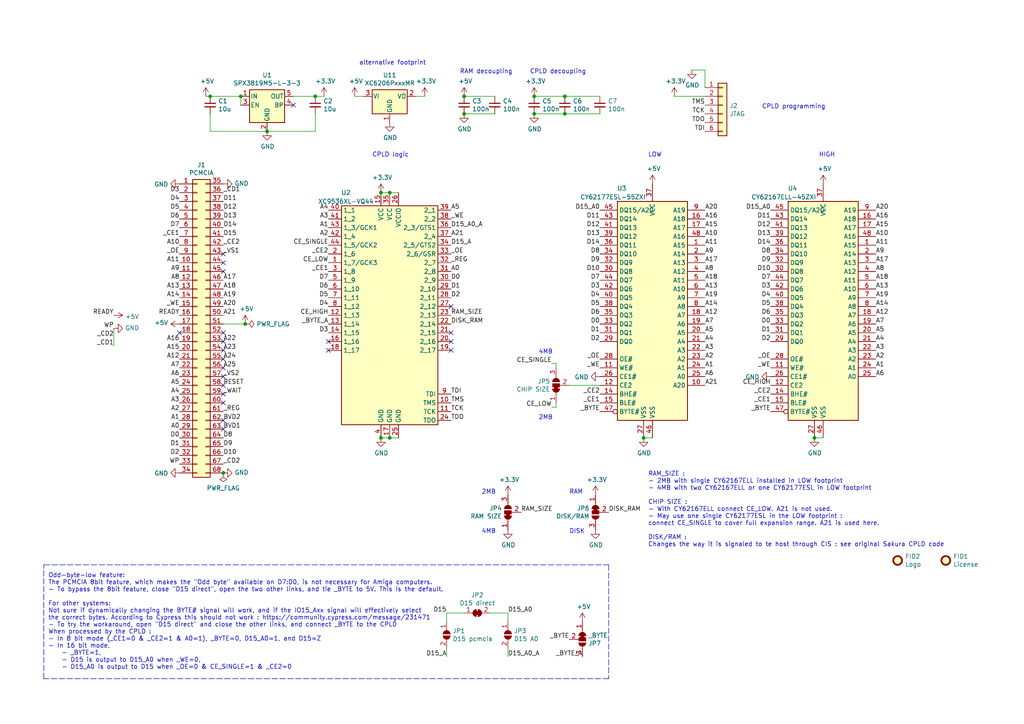
<source format=kicad_sch>
(kicad_sch (version 20211123) (generator eeschema)
  (paper "A4")
  (title_block (title "PCMCIA SRAM") (date "2020-04-19") (rev "v1.0") (company "FLACO 2019 - Creative Commons Attribution-ShareAlike 4.0 license") (comment 1 "Inspired by Sakura designs https://github.com/Sakura-IT/ppa-pcmcia-sram") (comment 2 "Simplified to use 5v parts available in 2020"))
  (lib_symbols
    (symbol "Connector_Generic:Conn_01x06" (pin_names (offset 1.016) hide)
      (property "Reference" "J" (at 0 7.62 0))
      (property "Value" "Conn_01x06" (at 0 -10.16 0))
      (symbol "Conn_01x06_1_1"
        (pin passive line (at -5.08 5.08 0) (length 3.81) (name "Pin_1") (number "1"))
        (pin passive line (at -5.08 2.54 0) (length 3.81) (name "Pin_2") (number "2"))
        (pin passive line (at -5.08 0 0) (length 3.81) (name "Pin_3") (number "3"))
        (pin passive line (at -5.08 -2.54 0) (length 3.81) (name "Pin_4") (number "4"))
        (pin passive line (at -5.08 -5.08 0) (length 3.81) (name "Pin_5") (number "5"))
        (pin passive line (at -5.08 -7.62 0) (length 3.81) (name "Pin_6") (number "6"))
      )
    )
    (symbol "Connector_Generic:Conn_02x34_Top_Bottom" (pin_names (offset 1.016) hide)
      (property "Reference" "J" (at 1.27 43.18 0))
      (property "Value" "Conn_02x34_Top_Bottom" (at 1.27 -45.72 0))
      (symbol "Conn_02x34_Top_Bottom_1_1"
        (pin passive line (at -5.08 40.64 0) (length 3.81) (name "Pin_1") (number "1"))
        (pin passive line (at -5.08 17.78 0) (length 3.81) (name "Pin_10") (number "10"))
        (pin passive line (at -5.08 15.24 0) (length 3.81) (name "Pin_11") (number "11"))
        (pin passive line (at -5.08 12.7 0) (length 3.81) (name "Pin_12") (number "12"))
        (pin passive line (at -5.08 10.16 0) (length 3.81) (name "Pin_13") (number "13"))
        (pin passive line (at -5.08 7.62 0) (length 3.81) (name "Pin_14") (number "14"))
        (pin passive line (at -5.08 5.08 0) (length 3.81) (name "Pin_15") (number "15"))
        (pin passive line (at -5.08 2.54 0) (length 3.81) (name "Pin_16") (number "16"))
        (pin passive line (at -5.08 0 0) (length 3.81) (name "Pin_17") (number "17"))
        (pin passive line (at -5.08 -2.54 0) (length 3.81) (name "Pin_18") (number "18"))
        (pin passive line (at -5.08 -5.08 0) (length 3.81) (name "Pin_19") (number "19"))
        (pin passive line (at -5.08 38.1 0) (length 3.81) (name "Pin_2") (number "2"))
        (pin passive line (at -5.08 -7.62 0) (length 3.81) (name "Pin_20") (number "20"))
        (pin passive line (at -5.08 -10.16 0) (length 3.81) (name "Pin_21") (number "21"))
        (pin passive line (at -5.08 -12.7 0) (length 3.81) (name "Pin_22") (number "22"))
        (pin passive line (at -5.08 -15.24 0) (length 3.81) (name "Pin_23") (number "23"))
        (pin passive line (at -5.08 -17.78 0) (length 3.81) (name "Pin_24") (number "24"))
        (pin passive line (at -5.08 -20.32 0) (length 3.81) (name "Pin_25") (number "25"))
        (pin passive line (at -5.08 -22.86 0) (length 3.81) (name "Pin_26") (number "26"))
        (pin passive line (at -5.08 -25.4 0) (length 3.81) (name "Pin_27") (number "27"))
        (pin passive line (at -5.08 -27.94 0) (length 3.81) (name "Pin_28") (number "28"))
        (pin passive line (at -5.08 -30.48 0) (length 3.81) (name "Pin_29") (number "29"))
        (pin passive line (at -5.08 35.56 0) (length 3.81) (name "Pin_3") (number "3"))
        (pin passive line (at -5.08 -33.02 0) (length 3.81) (name "Pin_30") (number "30"))
        (pin passive line (at -5.08 -35.56 0) (length 3.81) (name "Pin_31") (number "31"))
        (pin passive line (at -5.08 -38.1 0) (length 3.81) (name "Pin_32") (number "32"))
        (pin passive line (at -5.08 -40.64 0) (length 3.81) (name "Pin_33") (number "33"))
        (pin passive line (at -5.08 -43.18 0) (length 3.81) (name "Pin_34") (number "34"))
        (pin passive line (at 7.62 40.64 180) (length 3.81) (name "Pin_35") (number "35"))
        (pin passive line (at 7.62 38.1 180) (length 3.81) (name "Pin_36") (number "36"))
        (pin passive line (at 7.62 35.56 180) (length 3.81) (name "Pin_37") (number "37"))
        (pin passive line (at 7.62 33.02 180) (length 3.81) (name "Pin_38") (number "38"))
        (pin passive line (at 7.62 30.48 180) (length 3.81) (name "Pin_39") (number "39"))
        (pin passive line (at -5.08 33.02 0) (length 3.81) (name "Pin_4") (number "4"))
        (pin passive line (at 7.62 27.94 180) (length 3.81) (name "Pin_40") (number "40"))
        (pin passive line (at 7.62 25.4 180) (length 3.81) (name "Pin_41") (number "41"))
        (pin passive line (at 7.62 22.86 180) (length 3.81) (name "Pin_42") (number "42"))
        (pin passive line (at 7.62 20.32 180) (length 3.81) (name "Pin_43") (number "43"))
        (pin passive line (at 7.62 17.78 180) (length 3.81) (name "Pin_44") (number "44"))
        (pin passive line (at 7.62 15.24 180) (length 3.81) (name "Pin_45") (number "45"))
        (pin passive line (at 7.62 12.7 180) (length 3.81) (name "Pin_46") (number "46"))
        (pin passive line (at 7.62 10.16 180) (length 3.81) (name "Pin_47") (number "47"))
        (pin passive line (at 7.62 7.62 180) (length 3.81) (name "Pin_48") (number "48"))
        (pin passive line (at 7.62 5.08 180) (length 3.81) (name "Pin_49") (number "49"))
        (pin passive line (at -5.08 30.48 0) (length 3.81) (name "Pin_5") (number "5"))
        (pin passive line (at 7.62 2.54 180) (length 3.81) (name "Pin_50") (number "50"))
        (pin passive line (at 7.62 0 180) (length 3.81) (name "Pin_51") (number "51"))
        (pin passive line (at 7.62 -2.54 180) (length 3.81) (name "Pin_52") (number "52"))
        (pin passive line (at 7.62 -5.08 180) (length 3.81) (name "Pin_53") (number "53"))
        (pin passive line (at 7.62 -7.62 180) (length 3.81) (name "Pin_54") (number "54"))
        (pin passive line (at 7.62 -10.16 180) (length 3.81) (name "Pin_55") (number "55"))
        (pin passive line (at 7.62 -12.7 180) (length 3.81) (name "Pin_56") (number "56"))
        (pin passive line (at 7.62 -15.24 180) (length 3.81) (name "Pin_57") (number "57"))
        (pin passive line (at 7.62 -17.78 180) (length 3.81) (name "Pin_58") (number "58"))
        (pin passive line (at 7.62 -20.32 180) (length 3.81) (name "Pin_59") (number "59"))
        (pin passive line (at -5.08 27.94 0) (length 3.81) (name "Pin_6") (number "6"))
        (pin passive line (at 7.62 -22.86 180) (length 3.81) (name "Pin_60") (number "60"))
        (pin passive line (at 7.62 -25.4 180) (length 3.81) (name "Pin_61") (number "61"))
        (pin passive line (at 7.62 -27.94 180) (length 3.81) (name "Pin_62") (number "62"))
        (pin passive line (at 7.62 -30.48 180) (length 3.81) (name "Pin_63") (number "63"))
        (pin passive line (at 7.62 -33.02 180) (length 3.81) (name "Pin_64") (number "64"))
        (pin passive line (at 7.62 -35.56 180) (length 3.81) (name "Pin_65") (number "65"))
        (pin passive line (at 7.62 -38.1 180) (length 3.81) (name "Pin_66") (number "66"))
        (pin passive line (at 7.62 -40.64 180) (length 3.81) (name "Pin_67") (number "67"))
        (pin passive line (at 7.62 -43.18 180) (length 3.81) (name "Pin_68") (number "68"))
        (pin passive line (at -5.08 25.4 0) (length 3.81) (name "Pin_7") (number "7"))
        (pin passive line (at -5.08 22.86 0) (length 3.81) (name "Pin_8") (number "8"))
        (pin passive line (at -5.08 20.32 0) (length 3.81) (name "Pin_9") (number "9"))
      )
    )
    (symbol "Device:C_Small" (pin_numbers hide) (pin_names (offset 0.254) hide)
      (property "Reference" "C" (at 0.254 1.778 0))
      (property "Value" "C_Small" (at 0.254 -2.032 0))
      (symbol "C_Small_1_1"
        (pin passive line (at 0 2.54 270) (length 2.032) (name "~") (number "1"))
        (pin passive line (at 0 -2.54 90) (length 2.032) (name "~") (number "2"))
      )
    )
    (symbol "Jumper:SolderJumper_2_Bridged" (pin_names (offset 0) hide)
      (property "Reference" "JP" (at 0 2.032 0))
      (property "Value" "SolderJumper_2_Bridged" (at 0 -2.54 0))
      (symbol "SolderJumper_2_Bridged_1_1"
        (pin passive line (at -3.81 0 0) (length 2.54) (name "A") (number "1"))
        (pin passive line (at 3.81 0 180) (length 2.54) (name "B") (number "2"))
      )
    )
    (symbol "Jumper:SolderJumper_2_Open" (pin_names (offset 0) hide)
      (property "Reference" "JP" (at 0 2.032 0))
      (property "Value" "SolderJumper_2_Open" (at 0 -2.54 0))
      (symbol "SolderJumper_2_Open_1_1"
        (pin passive line (at -3.81 0 0) (length 2.54) (name "A") (number "1"))
        (pin passive line (at 3.81 0 180) (length 2.54) (name "B") (number "2"))
      )
    )
    (symbol "Jumper:SolderJumper_3_Bridged12" (pin_names (offset 0) hide)
      (property "Reference" "JP" (at -2.54 -2.54 0))
      (property "Value" "SolderJumper_3_Bridged12" (at 0 2.794 0))
      (symbol "SolderJumper_3_Bridged12_1_1"
        (pin passive line (at -5.08 0 0) (length 2.54) (name "A") (number "1"))
        (pin passive line (at 0 -3.81 90) (length 2.54) (name "C") (number "2"))
        (pin passive line (at 5.08 0 180) (length 2.54) (name "B") (number "3"))
      )
    )
    (symbol "Mechanical:Fiducial"
      (property "Reference" "FID" (at 0 5.08 0))
      (property "Value" "Fiducial" (at 0 3.175 0))
    )
    (symbol "Regulator_Linear:SPX3819M5-L-3-3" (pin_names (offset 0.254))
      (property "Reference" "U" (at -3.81 5.715 0))
      (property "Value" "SPX3819M5-L-3-3" (at 0 5.715 0))
      (symbol "SPX3819M5-L-3-3_1_1"
        (pin power_in line (at -7.62 2.54 0) (length 2.54) (name "IN") (number "1"))
        (pin power_in line (at 0 -7.62 90) (length 2.54) (name "GND") (number "2"))
        (pin input line (at -7.62 0 0) (length 2.54) (name "EN") (number "3"))
        (pin input line (at 7.62 0 180) (length 2.54) (name "BP") (number "4"))
        (pin power_out line (at 7.62 2.54 180) (length 2.54) (name "OUT") (number "5"))
      )
    )
    (symbol "Regulator_Linear:XC6206PxxxMR" (pin_names (offset 0.254))
      (property "Reference" "U" (at -3.81 3.175 0))
      (property "Value" "XC6206PxxxMR" (at 0 3.175 0))
      (symbol "XC6206PxxxMR_1_1"
        (pin power_in line (at 0 -7.62 90) (length 2.54) (name "GND") (number "1"))
        (pin power_out line (at 7.62 0 180) (length 2.54) (name "VO") (number "2"))
        (pin power_in line (at -7.62 0 0) (length 2.54) (name "VI") (number "3"))
      )
    )
    (symbol "Sassa:CY62167ELL-45ZXI"
      (property "Reference" "U" (at -8.89 31.75 0))
      (property "Value" "CY62167ELL-45ZXI" (at 10.16 -34.29 0))
      (symbol "CY62167ELL-45ZXI_1_1"
        (pin input line (at 15.24 17.78 180) (length 5.08) (name "A15") (number "1"))
        (pin no_connect line (at 10.16 -22.86 180) (length 0) hide (name "NC") (number "10"))
        (pin input line (at -15.24 -17.78 0) (length 5.08) (name "WE#") (number "11"))
        (pin input line (at -15.24 -22.86 0) (length 5.08) (name "CE2") (number "12"))
        (pin no_connect line (at 10.16 -25.4 180) (length 0) hide (name "NC") (number "13"))
        (pin input line (at -15.24 -25.4 0) (length 5.08) (name "BHE#") (number "14"))
        (pin input line (at -15.24 -27.94 0) (length 5.08) (name "BLE#") (number "15"))
        (pin input line (at 15.24 25.4 180) (length 5.08) (name "A18") (number "16"))
        (pin input line (at 15.24 22.86 180) (length 5.08) (name "A17") (number "17"))
        (pin input line (at 15.24 -2.54 180) (length 5.08) (name "A7") (number "18"))
        (pin input line (at 15.24 -5.08 180) (length 5.08) (name "A6") (number "19"))
        (pin input line (at 15.24 15.24 180) (length 5.08) (name "A14") (number "2"))
        (pin input line (at 15.24 -7.62 180) (length 5.08) (name "A5") (number "20"))
        (pin input line (at 15.24 -10.16 180) (length 5.08) (name "A4") (number "21"))
        (pin input line (at 15.24 -12.7 180) (length 5.08) (name "A3") (number "22"))
        (pin input line (at 15.24 -15.24 180) (length 5.08) (name "A2") (number "23"))
        (pin input line (at 15.24 -17.78 180) (length 5.08) (name "A1") (number "24"))
        (pin input line (at 15.24 -20.32 180) (length 5.08) (name "A0") (number "25"))
        (pin input line (at -15.24 -20.32 0) (length 5.08) (name "CE1#") (number "26"))
        (pin power_in line (at -2.54 -38.1 90) (length 5.08) (name "VSS") (number "27"))
        (pin input line (at -15.24 -15.24 0) (length 5.08) (name "OE#") (number "28"))
        (pin bidirectional line (at -15.24 -10.16 0) (length 5.08) (name "DQ0") (number "29"))
        (pin input line (at 15.24 12.7 180) (length 5.08) (name "A13") (number "3"))
        (pin bidirectional line (at -15.24 10.16 0) (length 5.08) (name "DQ8") (number "30"))
        (pin bidirectional line (at -15.24 -7.62 0) (length 5.08) (name "DQ1") (number "31"))
        (pin bidirectional line (at -15.24 12.7 0) (length 5.08) (name "DQ9") (number "32"))
        (pin bidirectional line (at -15.24 -5.08 0) (length 5.08) (name "DQ2") (number "33"))
        (pin bidirectional line (at -15.24 15.24 0) (length 5.08) (name "DQ10") (number "34"))
        (pin bidirectional line (at -15.24 -2.54 0) (length 5.08) (name "DQ3") (number "35"))
        (pin bidirectional line (at -15.24 17.78 0) (length 5.08) (name "DQ11") (number "36"))
        (pin power_in line (at 0 35.56 270) (length 5.08) (name "VCC") (number "37"))
        (pin bidirectional line (at -15.24 0 0) (length 5.08) (name "DQ4") (number "38"))
        (pin bidirectional line (at -15.24 20.32 0) (length 5.08) (name "DQ12") (number "39"))
        (pin input line (at 15.24 10.16 180) (length 5.08) (name "A12") (number "4"))
        (pin bidirectional line (at -15.24 2.54 0) (length 5.08) (name "DQ5") (number "40"))
        (pin bidirectional line (at -15.24 22.86 0) (length 5.08) (name "DQ13") (number "41"))
        (pin bidirectional line (at -15.24 5.08 0) (length 5.08) (name "DQ6") (number "42"))
        (pin bidirectional line (at -15.24 25.4 0) (length 5.08) (name "DQ14") (number "43"))
        (pin bidirectional line (at -15.24 7.62 0) (length 5.08) (name "DQ7") (number "44"))
        (pin input line (at -15.24 27.94 0) (length 5.08) (name "DQ15/A20") (number "45"))
        (pin power_in line (at 0 -38.1 90) (length 5.08) (name "VSS") (number "46"))
        (pin input inverted (at -15.24 -30.48 0) (length 5.08) (name "BYTE#") (number "47"))
        (pin input line (at 15.24 20.32 180) (length 5.08) (name "A16") (number "48"))
        (pin input line (at 15.24 7.62 180) (length 5.08) (name "A11") (number "5"))
        (pin input line (at 15.24 5.08 180) (length 5.08) (name "A10") (number "6"))
        (pin input line (at 15.24 2.54 180) (length 5.08) (name "A9") (number "7"))
        (pin input line (at 15.24 0 180) (length 5.08) (name "A8") (number "8"))
        (pin input line (at 15.24 27.94 180) (length 5.08) (name "A19") (number "9"))
      )
    )
    (symbol "Sassa:CY62177ESL-55ZXI"
      (property "Reference" "U" (at -8.89 31.75 0))
      (property "Value" "CY62177ESL-55ZXI" (at 10.16 -34.29 0))
      (symbol "CY62177ESL-55ZXI_1_1"
        (pin input line (at 15.24 17.78 180) (length 5.08) (name "A15") (number "1"))
        (pin input line (at 15.24 -22.86 180) (length 5.08) (name "A20") (number "10"))
        (pin input line (at -15.24 -17.78 0) (length 5.08) (name "WE#") (number "11"))
        (pin input line (at -15.24 -22.86 0) (length 5.08) (name "CE2") (number "12"))
        (pin no_connect line (at 10.16 -25.4 180) (length 0) hide (name "NC") (number "13"))
        (pin input line (at -15.24 -25.4 0) (length 5.08) (name "BHE#") (number "14"))
        (pin input line (at -15.24 -27.94 0) (length 5.08) (name "BLE#") (number "15"))
        (pin input line (at 15.24 25.4 180) (length 5.08) (name "A18") (number "16"))
        (pin input line (at 15.24 22.86 180) (length 5.08) (name "A17") (number "17"))
        (pin input line (at 15.24 -2.54 180) (length 5.08) (name "A7") (number "18"))
        (pin input line (at 15.24 -5.08 180) (length 5.08) (name "A6") (number "19"))
        (pin input line (at 15.24 15.24 180) (length 5.08) (name "A14") (number "2"))
        (pin input line (at 15.24 -7.62 180) (length 5.08) (name "A5") (number "20"))
        (pin input line (at 15.24 -10.16 180) (length 5.08) (name "A4") (number "21"))
        (pin input line (at 15.24 -12.7 180) (length 5.08) (name "A3") (number "22"))
        (pin input line (at 15.24 -15.24 180) (length 5.08) (name "A2") (number "23"))
        (pin input line (at 15.24 -17.78 180) (length 5.08) (name "A1") (number "24"))
        (pin input line (at 15.24 -20.32 180) (length 5.08) (name "A0") (number "25"))
        (pin input line (at -15.24 -20.32 0) (length 5.08) (name "CE1#") (number "26"))
        (pin power_in line (at -2.54 -38.1 90) (length 5.08) (name "VSS") (number "27"))
        (pin input line (at -15.24 -15.24 0) (length 5.08) (name "OE#") (number "28"))
        (pin bidirectional line (at -15.24 -10.16 0) (length 5.08) (name "DQ0") (number "29"))
        (pin input line (at 15.24 12.7 180) (length 5.08) (name "A13") (number "3"))
        (pin bidirectional line (at -15.24 10.16 0) (length 5.08) (name "DQ8") (number "30"))
        (pin bidirectional line (at -15.24 -7.62 0) (length 5.08) (name "DQ1") (number "31"))
        (pin bidirectional line (at -15.24 12.7 0) (length 5.08) (name "DQ9") (number "32"))
        (pin bidirectional line (at -15.24 -5.08 0) (length 5.08) (name "DQ2") (number "33"))
        (pin bidirectional line (at -15.24 15.24 0) (length 5.08) (name "DQ10") (number "34"))
        (pin bidirectional line (at -15.24 -2.54 0) (length 5.08) (name "DQ3") (number "35"))
        (pin bidirectional line (at -15.24 17.78 0) (length 5.08) (name "DQ11") (number "36"))
        (pin power_in line (at 0 35.56 270) (length 5.08) (name "VCC") (number "37"))
        (pin bidirectional line (at -15.24 0 0) (length 5.08) (name "DQ4") (number "38"))
        (pin bidirectional line (at -15.24 20.32 0) (length 5.08) (name "DQ12") (number "39"))
        (pin input line (at 15.24 10.16 180) (length 5.08) (name "A12") (number "4"))
        (pin bidirectional line (at -15.24 2.54 0) (length 5.08) (name "DQ5") (number "40"))
        (pin bidirectional line (at -15.24 22.86 0) (length 5.08) (name "DQ13") (number "41"))
        (pin bidirectional line (at -15.24 5.08 0) (length 5.08) (name "DQ6") (number "42"))
        (pin bidirectional line (at -15.24 25.4 0) (length 5.08) (name "DQ14") (number "43"))
        (pin bidirectional line (at -15.24 7.62 0) (length 5.08) (name "DQ7") (number "44"))
        (pin input line (at -15.24 27.94 0) (length 5.08) (name "DQ15/A20") (number "45"))
        (pin power_in line (at 0 -38.1 90) (length 5.08) (name "VSS") (number "46"))
        (pin input inverted (at -15.24 -30.48 0) (length 5.08) (name "BYTE#") (number "47"))
        (pin input line (at 15.24 20.32 180) (length 5.08) (name "A16") (number "48"))
        (pin input line (at 15.24 7.62 180) (length 5.08) (name "A11") (number "5"))
        (pin input line (at 15.24 5.08 180) (length 5.08) (name "A10") (number "6"))
        (pin input line (at 15.24 2.54 180) (length 5.08) (name "A9") (number "7"))
        (pin input line (at 15.24 0 180) (length 5.08) (name "A8") (number "8"))
        (pin input line (at 15.24 27.94 180) (length 5.08) (name "A19") (number "9"))
      )
    )
    (symbol "Sassa:XC9536XL-VQ44"
      (property "Reference" "U" (at -13.97 33.02 0))
      (property "Value" "XC9536XL-VQ44" (at -13.97 -33.02 0))
      (symbol "XC9536XL-VQ44_1_1"
        (pin bidirectional line (at -17.78 15.24 0) (length 3.81) (name "1_7/GCK3") (number "1"))
        (pin input line (at 17.78 -25.4 180) (length 3.81) (name "TMS") (number "10"))
        (pin input line (at 17.78 -27.94 180) (length 3.81) (name "TCK") (number "11"))
        (pin bidirectional line (at -17.78 0 0) (length 3.81) (name "1_13") (number "12"))
        (pin bidirectional line (at -17.78 -2.54 0) (length 3.81) (name "1_14") (number "13"))
        (pin bidirectional line (at -17.78 -5.08 0) (length 3.81) (name "1_15") (number "14"))
        (pin power_in line (at -2.54 35.56 270) (length 3.81) (name "VCC") (number "15"))
        (pin bidirectional line (at -17.78 -7.62 0) (length 3.81) (name "1_16") (number "16"))
        (pin power_in line (at 0 -35.56 90) (length 3.81) (name "GND") (number "17"))
        (pin bidirectional line (at -17.78 -10.16 0) (length 3.81) (name "1_17") (number "18"))
        (pin bidirectional line (at 17.78 -10.16 180) (length 3.81) (name "2_17") (number "19"))
        (pin bidirectional line (at -17.78 17.78 0) (length 3.81) (name "1_6") (number "2"))
        (pin bidirectional line (at 17.78 -7.62 180) (length 3.81) (name "2_16") (number "20"))
        (pin bidirectional line (at 17.78 -5.08 180) (length 3.81) (name "2_15") (number "21"))
        (pin bidirectional line (at 17.78 -2.54 180) (length 3.81) (name "2_14") (number "22"))
        (pin bidirectional line (at 17.78 0 180) (length 3.81) (name "2_13") (number "23"))
        (pin output line (at 17.78 -30.48 180) (length 3.81) (name "TDO") (number "24"))
        (pin power_in line (at 2.54 -35.56 90) (length 3.81) (name "GND") (number "25"))
        (pin power_in line (at 2.54 35.56 270) (length 3.81) (name "VCCIO") (number "26"))
        (pin bidirectional line (at 17.78 2.54 180) (length 3.81) (name "2_12") (number "27"))
        (pin bidirectional line (at 17.78 5.08 180) (length 3.81) (name "2_11") (number "28"))
        (pin bidirectional line (at 17.78 7.62 180) (length 3.81) (name "2_10") (number "29"))
        (pin bidirectional line (at -17.78 12.7 0) (length 3.81) (name "1_8") (number "3"))
        (pin bidirectional line (at 17.78 10.16 180) (length 3.81) (name "2_9") (number "30"))
        (pin bidirectional line (at 17.78 12.7 180) (length 3.81) (name "2_8") (number "31"))
        (pin bidirectional line (at 17.78 15.24 180) (length 3.81) (name "2_7") (number "32"))
        (pin bidirectional line (at 17.78 17.78 180) (length 3.81) (name "2_6/GSR") (number "33"))
        (pin bidirectional line (at 17.78 20.32 180) (length 3.81) (name "2_5/GTS2") (number "34"))
        (pin power_in line (at 0 35.56 270) (length 3.81) (name "VCC") (number "35"))
        (pin bidirectional line (at 17.78 25.4 180) (length 3.81) (name "2_3/GTS1") (number "36"))
        (pin bidirectional line (at 17.78 22.86 180) (length 3.81) (name "2_4") (number "37"))
        (pin bidirectional line (at 17.78 27.94 180) (length 3.81) (name "2_2") (number "38"))
        (pin bidirectional line (at 17.78 30.48 180) (length 3.81) (name "2_1") (number "39"))
        (pin power_in line (at -2.54 -35.56 90) (length 3.81) (name "GND") (number "4"))
        (pin bidirectional line (at -17.78 30.48 0) (length 3.81) (name "1_1") (number "40"))
        (pin bidirectional line (at -17.78 27.94 0) (length 3.81) (name "1_2") (number "41"))
        (pin bidirectional line (at -17.78 22.86 0) (length 3.81) (name "1_4") (number "42"))
        (pin bidirectional line (at -17.78 25.4 0) (length 3.81) (name "1_3/GCK1") (number "43"))
        (pin bidirectional line (at -17.78 20.32 0) (length 3.81) (name "1_5/GCK2") (number "44"))
        (pin bidirectional line (at -17.78 10.16 0) (length 3.81) (name "1_9") (number "5"))
        (pin bidirectional line (at -17.78 7.62 0) (length 3.81) (name "1_10") (number "6"))
        (pin bidirectional line (at -17.78 5.08 0) (length 3.81) (name "1_11") (number "7"))
        (pin bidirectional line (at -17.78 2.54 0) (length 3.81) (name "1_12") (number "8"))
        (pin input line (at 17.78 -22.86 180) (length 3.81) (name "TDI") (number "9"))
      )
    )
    (symbol "power:+3.3V" (power) (pin_names (offset 0))
      (property "Value" "+3.3V" (at 0 3.556 0))
      (symbol "+3.3V_1_1"
        (pin power_in line (at 0 0 90) (length 0) hide (name "+3.3V") (number "1"))
      )
    )
    (symbol "power:+5V" (power) (pin_names (offset 0))
      (property "Value" "+5V" (at 0 3.556 0))
      (symbol "+5V_1_1"
        (pin power_in line (at 0 0 90) (length 0) hide (name "+5V") (number "1"))
      )
    )
    (symbol "power:GND" (power) (pin_names (offset 0))
      (property "Value" "GND" (at 0 -3.81 0))
      (symbol "GND_1_1"
        (pin power_in line (at 0 0 270) (length 0) hide (name "GND") (number "1"))
      )
    )
    (symbol "power:PWR_FLAG" (power) (pin_numbers hide) (pin_names (offset 0) hide)
      (property "Value" "PWR_FLAG" (at 0 3.81 0))
      (symbol "PWR_FLAG_0_0"
        (pin power_out line (at 0 0 90) (length 0) (name "pwr") (number "1"))
      )
    )
  )
  (junction (at 60.96 27.94))
  (junction (at 113.03 127))
  (junction (at 77.47 38.1))
  (junction (at 154.94 27.94))
  (junction (at 69.85 27.94))
  (junction (at 163.83 33.02))
  (junction (at 154.94 33.02))
  (junction (at 71.12 93.98))
  (junction (at 64.77 137.16))
  (junction (at 110.49 127))
  (junction (at 91.44 27.94))
  (junction (at 113.03 55.88))
  (junction (at 236.22 127))
  (junction (at 110.49 55.88))
  (junction (at 163.83 27.94))
  (junction (at 134.62 27.94))
  (junction (at 186.69 127))
  (junction (at 134.62 33.02))
  (no_connect (at 64.77 99.06))
  (no_connect (at 64.77 116.84))
  (no_connect (at 64.77 121.92))
  (no_connect (at 64.77 101.6))
  (no_connect (at 130.81 96.52))
  (no_connect (at 64.77 73.66))
  (no_connect (at 64.77 114.3))
  (no_connect (at 64.77 78.74))
  (no_connect (at 64.77 124.46))
  (no_connect (at 64.77 106.68))
  (no_connect (at 64.77 111.76))
  (no_connect (at 52.07 96.52))
  (no_connect (at 95.25 99.06))
  (no_connect (at 64.77 109.22))
  (no_connect (at 130.81 99.06))
  (no_connect (at 95.25 101.6))
  (no_connect (at 64.77 96.52))
  (no_connect (at 130.81 88.9))
  (no_connect (at 64.77 76.2))
  (no_connect (at 130.81 101.6))
  (no_connect (at 64.77 104.14))
  (no_connect (at 85.09 30.48))
  (wire (pts (xy 147.32 177.8) (xy 147.32 180.34)))
  (wire (pts (xy 147.32 177.8) (xy 142.24 177.8)))
  (wire (pts (xy 161.29 116.84) (xy 161.29 118.11)))
  (wire (pts (xy 33.02 100.33) (xy 33.02 95.25)))
  (wire (pts (xy 60.96 27.94) (xy 59.69 27.94)))
  (wire (pts (xy 60.96 38.1) (xy 77.47 38.1)))
  (wire (pts (xy 129.54 187.96) (xy 129.54 190.5)))
  (wire (pts (xy 160.02 105.41) (xy 161.29 105.41)))
  (wire (pts (xy 69.85 27.94) (xy 60.96 27.94)))
  (polyline (pts (xy 176.53 163.83) (xy 176.53 196.85)))
  (wire (pts (xy 113.03 55.88) (xy 110.49 55.88)))
  (wire (pts (xy 69.85 27.94) (xy 69.85 30.48)))
  (wire (pts (xy 163.83 33.02) (xy 154.94 33.02)))
  (wire (pts (xy 161.29 105.41) (xy 161.29 106.68)))
  (wire (pts (xy 143.51 33.02) (xy 134.62 33.02)))
  (wire (pts (xy 64.77 93.98) (xy 71.12 93.98)))
  (wire (pts (xy 77.47 38.1) (xy 91.44 38.1)))
  (wire (pts (xy 200.66 20.32) (xy 204.47 20.32)))
  (wire (pts (xy 238.76 127) (xy 236.22 127)))
  (wire (pts (xy 204.47 27.94) (xy 195.58 27.94)))
  (wire (pts (xy 163.83 27.94) (xy 173.99 27.94)))
  (wire (pts (xy 110.49 127) (xy 113.03 127)))
  (wire (pts (xy 115.57 127) (xy 113.03 127)))
  (wire (pts (xy 173.99 33.02) (xy 163.83 33.02)))
  (wire (pts (xy 93.98 27.94) (xy 91.44 27.94)))
  (wire (pts (xy 143.51 27.94) (xy 134.62 27.94)))
  (wire (pts (xy 91.44 27.94) (xy 85.09 27.94)))
  (wire (pts (xy 165.1 111.76) (xy 173.99 111.76)))
  (wire (pts (xy 120.65 27.94) (xy 123.19 27.94)))
  (wire (pts (xy 189.23 127) (xy 186.69 127)))
  (wire (pts (xy 147.32 187.96) (xy 147.32 190.5)))
  (wire (pts (xy 134.62 177.8) (xy 129.54 177.8)))
  (wire (pts (xy 161.29 118.11) (xy 160.02 118.11)))
  (wire (pts (xy 129.54 177.8) (xy 129.54 180.34)))
  (polyline (pts (xy 12.7 163.83) (xy 176.53 163.83)))
  (polyline (pts (xy 176.53 196.85) (xy 12.7 196.85)))
  (wire (pts (xy 102.87 27.94) (xy 105.41 27.94)))
  (wire (pts (xy 60.96 33.02) (xy 60.96 38.1)))
  (wire (pts (xy 91.44 38.1) (xy 91.44 33.02)))
  (wire (pts (xy 204.47 20.32) (xy 204.47 25.4)))
  (polyline (pts (xy 12.7 196.85) (xy 12.7 163.83)))
  (wire (pts (xy 113.03 55.88) (xy 115.57 55.88)))
  (wire (pts (xy 163.83 27.94) (xy 154.94 27.94)))
  (text "2MB" (at 139.7 143.51 0) (effects (font (size 1.27 1.27)) (justify left bottom)))
  (text "4MB" (at 139.7 154.94 0) (effects (font (size 1.27 1.27)) (justify left bottom)))
  (text "DISK" (at 165.1 154.94 0) (effects (font (size 1.27 1.27)) (justify left bottom)))
  (text "RAM" (at 165.1 143.51 0) (effects (font (size 1.27 1.27)) (justify left bottom)))
  (text "HIGH" (at 237.49 45.72 0) (effects (font (size 1.27 1.27)) (justify left bottom)))
  (text "4MB" (at 156.21 102.87 0) (effects (font (size 1.27 1.27)) (justify left bottom)))
  (text "alternative footprint" (at 104.14 19.05 0) (effects (font (size 1.27 1.27)) (justify left bottom)))
  (text "2MB" (at 156.21 121.92 0) (effects (font (size 1.27 1.27)) (justify left bottom)))
  (text "CPLD programming" (at 220.98 31.75 0) (effects (font (size 1.27 1.27)) (justify left bottom)))
  (text "CPLD decoupling" (at 153.67 21.59 0) (effects (font (size 1.27 1.27)) (justify left bottom)))
  (text "LOW" (at 187.96 45.72 0) (effects (font (size 1.27 1.27)) (justify left bottom)))
  (text "RAM decoupling" (at 133.35 21.59 0) (effects (font (size 1.27 1.27)) (justify left bottom)))
  (text "Odd-byte-low feature:\nThe PCMCIA 8bit feature, which makes the \"Odd byte\" available on D7:D0, is not necessary for Amiga computers.\n- To bypass the 8bit feature, close \"D15 direct\", open the two other links, and tie _BYTE to 5V. This is the default.\n\nFor other systems:\nNot sure if dynamically changing the BYTE# signal will work, and if the IO15_Axx signal will effectively select\nthe correct bytes. According to Cypress this should not work : https://community.cypress.com/message/231471\n- To try the workaround, open \"D15 direct\" and close the other links, and connect _BYTE to the CPLD\nWhen processed by the CPLD :\n- In 8 bit mode (_CE1=0 & _CE2=1 & A0=1), _BYTE=0, D15_A0=1, and D15=Z\n- In 16 bit mode,\n    - _BYTE=1,\n    - D15 is output to D15_A0 when _WE=0,\n    - D15_A0 is output to D15 when _OE=0 & CE_SINGLE=1 & _CE2=0" (at 13.97 194.31 0) (effects (font (size 1.27 1.27)) (justify left bottom)))
  (text "CPLD logic" (at 107.95 45.72 0) (effects (font (size 1.27 1.27)) (justify left bottom)))
  (text "RAM_SIZE :\n- 2MB with single CY62167ELL installed in LOW footprint\n- 4MB with two CY62167ELL or one CY62177ESL in LOW footprint\n\nCHIP SIZE :\n- With CY62167ELL connect CE_LOW. A21 is not used.\n- May use one single CY62177ESL in the LOW footprint :\nconnect CE_SINGLE to cover full expansion range. A21 is used here.\n\nDISK/RAM :\nChanges the way it is signaled to te host through CIS : see original Sakura CPLD code" (at 187.96 158.75 0) (effects (font (size 1.27 1.27)) (justify left bottom)))
  (label "TDO" (at 204.47 35.56 180))
  (label "D10" (at 64.77 132.08 0))
  (label "CE_SINGLE" (at 95.25 71.12 180))
  (label "D15_A" (at 129.54 190.5 180))
  (label "A7" (at 254 93.98 0))
  (label "D3" (at 95.25 96.52 180))
  (label "A4" (at 52.07 114.3 180))
  (label "D0" (at 52.07 127 180))
  (label "D6" (at 52.07 63.5 180))
  (label "A8" (at 254 78.74 0))
  (label "TDI" (at 204.47 38.1 180))
  (label "A13" (at 52.07 83.82 180))
  (label "A16" (at 254 63.5 0))
  (label "D4" (at 95.25 88.9 180))
  (label "A3" (at 204.47 101.6 0))
  (label "READY" (at 52.07 91.44 180))
  (label "_CD1" (at 33.02 100.33 180))
  (label "A17" (at 204.47 76.2 0))
  (label "_CD2" (at 33.02 97.79 180))
  (label "D3" (at 173.99 83.82 180))
  (label "A22" (at 64.77 99.06 0))
  (label "_WE" (at 130.81 63.5 0))
  (label "_REG" (at 64.77 119.38 0))
  (label "A21" (at 204.47 111.76 0))
  (label "D9" (at 223.52 76.2 180))
  (label "D10" (at 223.52 78.74 180))
  (label "A8" (at 52.07 81.28 180))
  (label "A25" (at 64.77 106.68 0))
  (label "D2" (at 130.81 86.36 0))
  (label "D11" (at 64.77 58.42 0))
  (label "A3" (at 95.25 63.5 180))
  (label "D2" (at 223.52 99.06 180))
  (label "A15" (at 52.07 101.6 180))
  (label "_BYTE_A" (at 95.25 93.98 180))
  (label "A5" (at 204.47 96.52 0))
  (label "A2" (at 95.25 68.58 180))
  (label "A9" (at 204.47 73.66 0))
  (label "DISK_RAM" (at 130.81 93.98 0))
  (label "A18" (at 64.77 83.82 0))
  (label "A1" (at 204.47 106.68 0))
  (label "_CE2" (at 223.52 114.3 180))
  (label "TDI" (at 130.81 114.3 0))
  (label "A24" (at 64.77 104.14 0))
  (label "A12" (at 254 91.44 0))
  (label "A11" (at 254 71.12 0))
  (label "A11" (at 52.07 76.2 180))
  (label "_WE" (at 52.07 88.9 180))
  (label "A4" (at 204.47 99.06 0))
  (label "D14" (at 64.77 66.04 0))
  (label "D3" (at 52.07 55.88 180))
  (label "A16" (at 52.07 99.06 180))
  (label "A20" (at 254 60.96 0))
  (label "_WE" (at 223.52 106.68 180))
  (label "_CE1" (at 173.99 116.84 180))
  (label "A2" (at 204.47 104.14 0))
  (label "A4" (at 254 99.06 0))
  (label "D2" (at 173.99 99.06 180))
  (label "A12" (at 52.07 104.14 180))
  (label "D8" (at 64.77 127 0))
  (label "RAM_SIZE" (at 151.13 148.59 0))
  (label "_CE1" (at 223.52 116.84 180))
  (label "CE_HIGH" (at 223.52 111.76 180))
  (label "D15_A0" (at 147.32 177.8 0))
  (label "D8" (at 173.99 73.66 180))
  (label "_CE2" (at 64.77 71.12 0))
  (label "A3" (at 52.07 116.84 180))
  (label "D14" (at 223.52 71.12 180))
  (label "READY" (at 33.02 91.44 180))
  (label "A3" (at 254 101.6 0))
  (label "RESET" (at 64.77 111.76 0))
  (label "WP" (at 33.02 95.25 180))
  (label "_CE2" (at 95.25 73.66 180))
  (label "A1" (at 254 106.68 0))
  (label "A10" (at 254 68.58 0))
  (label "D15_A0" (at 223.52 60.96 180))
  (label "A0" (at 130.81 78.74 0))
  (label "A19" (at 64.77 86.36 0))
  (label "WP" (at 52.07 134.62 180))
  (label "D15" (at 64.77 68.58 0))
  (label "A13" (at 254 83.82 0))
  (label "TCK" (at 204.47 33.02 180))
  (label "TDO" (at 130.81 121.92 0))
  (label "BVD2" (at 64.77 121.92 0))
  (label "D15_A0_A" (at 130.81 66.04 0))
  (label "D6" (at 95.25 83.82 180))
  (label "D13" (at 173.99 68.58 180))
  (label "D4" (at 223.52 86.36 180))
  (label "A5" (at 254 96.52 0))
  (label "A17" (at 254 76.2 0))
  (label "_CE2" (at 173.99 114.3 180))
  (label "D9" (at 64.77 129.54 0))
  (label "TMS" (at 204.47 30.48 180))
  (label "_OE" (at 52.07 73.66 180))
  (label "D5" (at 52.07 60.96 180))
  (label "A11" (at 204.47 71.12 0))
  (label "D11" (at 173.99 63.5 180))
  (label "_WAIT" (at 64.77 114.3 0))
  (label "D5" (at 223.52 88.9 180))
  (label "A19" (at 204.47 86.36 0))
  (label "D6" (at 173.99 91.44 180))
  (label "A14" (at 204.47 88.9 0))
  (label "_VS2" (at 64.77 109.22 0))
  (label "A20" (at 204.47 60.96 0))
  (label "A1" (at 52.07 121.92 180))
  (label "D11" (at 223.52 63.5 180))
  (label "D12" (at 64.77 60.96 0))
  (label "_CE1" (at 95.25 78.74 180))
  (label "D14" (at 173.99 71.12 180))
  (label "A2" (at 52.07 119.38 180))
  (label "_CD1" (at 64.77 55.88 0))
  (label "A7" (at 204.47 93.98 0))
  (label "D6" (at 223.52 91.44 180))
  (label "A17" (at 64.77 81.28 0))
  (label "D1" (at 52.07 129.54 180))
  (label "D2" (at 52.07 132.08 180))
  (label "A9" (at 52.07 78.74 180))
  (label "A20" (at 64.77 88.9 0))
  (label "D5" (at 95.25 86.36 180))
  (label "A2" (at 254 104.14 0))
  (label "A6" (at 52.07 109.22 180))
  (label "_OE" (at 173.99 104.14 180))
  (label "D7" (at 173.99 81.28 180))
  (label "CE_HIGH" (at 95.25 91.44 180))
  (label "D7" (at 52.07 66.04 180))
  (label "D4" (at 52.07 58.42 180))
  (label "A18" (at 254 81.28 0))
  (label "A23" (at 64.77 101.6 0))
  (label "A13" (at 204.47 83.82 0))
  (label "_CD2" (at 64.77 134.62 0))
  (label "A0" (at 52.07 124.46 180))
  (label "A5" (at 130.81 60.96 0))
  (label "A6" (at 204.47 109.22 0))
  (label "A14" (at 254 88.9 0))
  (label "D15" (at 129.54 177.8 180))
  (label "_CE1" (at 52.07 68.58 180))
  (label "_WE" (at 173.99 106.68 180))
  (label "A16" (at 204.47 63.5 0))
  (label "D13" (at 223.52 68.58 180))
  (label "D13" (at 64.77 63.5 0))
  (label "CE_LOW" (at 160.02 118.11 180))
  (label "A1" (at 95.25 66.04 180))
  (label "D1" (at 173.99 96.52 180))
  (label "D7" (at 95.25 81.28 180))
  (label "TMS" (at 130.81 116.84 0))
  (label "D1" (at 130.81 83.82 0))
  (label "D15_A0" (at 173.99 60.96 180))
  (label "A5" (at 52.07 111.76 180))
  (label "A10" (at 52.07 71.12 180))
  (label "D5" (at 173.99 88.9 180))
  (label "D7" (at 223.52 81.28 180))
  (label "CE_SINGLE" (at 160.02 105.41 180))
  (label "A14" (at 52.07 86.36 180))
  (label "A8" (at 204.47 78.74 0))
  (label "_BYTE_A" (at 168.91 190.5 180))
  (label "D15_A0_A" (at 147.32 190.5 0))
  (label "BVD1" (at 64.77 124.46 0))
  (label "A4" (at 95.25 60.96 180))
  (label "A21" (at 130.81 68.58 0))
  (label "A19" (at 254 86.36 0))
  (label "D3" (at 223.52 83.82 180))
  (label "RAM_SIZE" (at 130.81 91.44 0))
  (label "D0" (at 173.99 93.98 180))
  (label "DISK_RAM" (at 176.53 148.59 0))
  (label "_BYTE" (at 223.52 119.38 180))
  (label "_OE" (at 223.52 104.14 180))
  (label "A12" (at 204.47 91.44 0))
  (label "A6" (at 254 109.22 0))
  (label "A7" (at 52.07 106.68 180))
  (label "_VS1" (at 64.77 73.66 0))
  (label "D1" (at 223.52 96.52 180))
  (label "D4" (at 173.99 86.36 180))
  (label "A15" (at 254 66.04 0))
  (label "TCK" (at 130.81 119.38 0))
  (label "D0" (at 130.81 81.28 0))
  (label "_REG" (at 130.81 76.2 0))
  (label "D15_A" (at 130.81 71.12 0))
  (label "D10" (at 173.99 78.74 180))
  (label "A18" (at 204.47 81.28 0))
  (label "CE_LOW" (at 95.25 76.2 180))
  (label "A9" (at 254 73.66 0))
  (label "D9" (at 173.99 76.2 180))
  (label "D0" (at 223.52 93.98 180))
  (label "_BYTE" (at 173.99 119.38 180))
  (label "A21" (at 64.77 91.44 0))
  (label "A10" (at 204.47 68.58 0))
  (label "_OE" (at 130.81 73.66 0))
  (label "_BYTE" (at 165.1 185.42 180))
  (label "D12" (at 173.99 66.04 180))
  (label "D8" (at 223.52 73.66 180))
  (label "A15" (at 204.47 66.04 0))
  (label "D12" (at 223.52 66.04 180))
  (symbol (lib_id "Regulator_Linear:SPX3819M5-L-3-3") (at 77.47 30.48 0) (unit 1)
    (property "Reference" "U1" (at 77.47 21.7932 0))
    (property "Value" "SPX3819M5-L-3-3" (at 77.47 24.1046 0))
    (property "Footprint" "Package_TO_SOT_SMD:SOT-23-5" (effects hide))
    (property "Datasheet" "https://www.exar.com/content/document.ashx?id=22106&languageid=1033&type=Datasheet&partnumber=SPX3819&filename=SPX3819.pdf&part=SPX3819" (effects hide))
  )
  (symbol (lib_id "Connector_Generic:Conn_02x34_Top_Bottom") (at 57.15 93.98 0) (unit 1)
    (property "Reference" "J1" (at 58.42 47.8282 0))
    (property "Value" "PCMCIA" (at 58.42 50.1396 0))
    (property "Footprint" "Sassa:PCMCIA_female_edge_connector" (effects hide))
  )
  (symbol (lib_id "power:GND") (at 77.47 38.1 0) (unit 1)
    (property "Reference" "#PWR010" (effects hide))
    (property "Value" "GND" (at 77.597 42.4942 0))
  )
  (symbol (lib_id "power:GND") (at 52.07 53.34 270) (unit 1)
    (property "Reference" "#PWR03" (effects hide))
    (property "Value" "GND" (at 48.8188 53.467 90) (effects (justify right)))
  )
  (symbol (lib_id "power:+5V") (at 59.69 27.94 0) (unit 1)
    (property "Reference" "#PWR06" (effects hide))
    (property "Value" "+5V" (at 60.071 23.5458 0))
  )
  (symbol (lib_id "power:+5V") (at 52.07 93.98 90) (unit 1)
    (property "Reference" "#PWR04" (effects hide))
    (property "Value" "+5V" (at 48.8188 93.599 90) (effects (justify left)))
  )
  (symbol (lib_id "power:GND") (at 52.07 137.16 270) (unit 1)
    (property "Reference" "#PWR05" (effects hide))
    (property "Value" "GND" (at 48.8188 137.287 90) (effects (justify right)))
  )
  (symbol (lib_id "power:GND") (at 64.77 53.34 90) (unit 1)
    (property "Reference" "#PWR07" (effects hide))
    (property "Value" "GND" (at 68.0212 53.213 90) (effects (justify right)))
  )
  (symbol (lib_id "power:GND") (at 64.77 137.16 90) (unit 1)
    (property "Reference" "#PWR09" (effects hide))
    (property "Value" "GND" (at 68.0212 137.033 90) (effects (justify right)))
  )
  (symbol (lib_id "Device:C_Small") (at 60.96 30.48 0) (unit 1)
    (property "Reference" "C1" (at 63.2968 29.3116 0) (effects (justify left)))
    (property "Value" "10u" (at 63.2968 31.623 0) (effects (justify left)))
    (property "Footprint" "Capacitor_SMD:C_0805_2012Metric" (effects hide))
  )
  (symbol (lib_id "Device:C_Small") (at 91.44 30.48 0) (unit 1)
    (property "Reference" "C2" (at 93.7768 29.3116 0) (effects (justify left)))
    (property "Value" "10u" (at 93.7768 31.623 0) (effects (justify left)))
    (property "Footprint" "Capacitor_SMD:C_0805_2012Metric" (effects hide))
  )
  (symbol (lib_id "power:+3.3V") (at 93.98 27.94 0) (unit 1)
    (property "Reference" "#PWR011" (effects hide))
    (property "Value" "+3.3V" (at 94.361 23.5458 0))
  )
  (symbol (lib_id "Device:C_Small") (at 134.62 30.48 0) (unit 1)
    (property "Reference" "C3" (at 136.9568 29.3116 0) (effects (justify left)))
    (property "Value" "100n" (at 136.9568 31.623 0) (effects (justify left)))
    (property "Footprint" "Capacitor_SMD:C_0805_2012Metric" (effects hide))
  )
  (symbol (lib_id "Device:C_Small") (at 154.94 30.48 0) (unit 1)
    (property "Reference" "C5" (at 157.2768 29.3116 0) (effects (justify left)))
    (property "Value" "100n" (at 157.2768 31.623 0) (effects (justify left)))
    (property "Footprint" "Capacitor_SMD:C_0805_2012Metric" (effects hide))
  )
  (symbol (lib_id "power:+5V") (at 134.62 27.94 0) (unit 1)
    (property "Reference" "#PWR012" (effects hide))
    (property "Value" "+5V" (at 135.001 23.5458 0))
  )
  (symbol (lib_id "Device:C_Small") (at 143.51 30.48 0) (unit 1)
    (property "Reference" "C4" (at 145.8468 29.3116 0) (effects (justify left)))
    (property "Value" "100n" (at 145.8468 31.623 0) (effects (justify left)))
    (property "Footprint" "Capacitor_SMD:C_0805_2012Metric" (effects hide))
  )
  (symbol (lib_id "power:GND") (at 134.62 33.02 0) (unit 1)
    (property "Reference" "#PWR013" (effects hide))
    (property "Value" "GND" (at 134.747 37.4142 0))
  )
  (symbol (lib_id "power:+3.3V") (at 154.94 27.94 0) (unit 1)
    (property "Reference" "#PWR016" (effects hide))
    (property "Value" "+3.3V" (at 155.321 23.5458 0))
  )
  (symbol (lib_id "power:GND") (at 154.94 33.02 0) (unit 1)
    (property "Reference" "#PWR017" (effects hide))
    (property "Value" "GND" (at 155.067 37.4142 0))
  )
  (symbol (lib_id "Device:C_Small") (at 163.83 30.48 0) (unit 1)
    (property "Reference" "C6" (at 166.1668 29.3116 0) (effects (justify left)))
    (property "Value" "100n" (at 166.1668 31.623 0) (effects (justify left)))
    (property "Footprint" "Capacitor_SMD:C_0805_2012Metric" (effects hide))
  )
  (symbol (lib_id "Device:C_Small") (at 173.99 30.48 0) (unit 1)
    (property "Reference" "C7" (at 176.3268 29.3116 0) (effects (justify left)))
    (property "Value" "100n" (at 176.3268 31.623 0) (effects (justify left)))
    (property "Footprint" "Capacitor_SMD:C_0805_2012Metric" (effects hide))
  )
  (symbol (lib_id "power:+3.3V") (at 110.49 55.88 0) (unit 1)
    (property "Reference" "#PWR014" (effects hide))
    (property "Value" "+3.3V-power" (at 110.871 51.4858 0))
  )
  (symbol (lib_id "Jumper:SolderJumper_3_Bridged12") (at 168.91 185.42 270) (unit 1)
    (property "Reference" "JP7" (at 170.6372 186.5884 90) (effects (justify left)))
    (property "Value" "_BYTE" (at 170.6372 184.277 90) (effects (justify left)))
    (property "Footprint" "Jumper:SolderJumper-3_P1.3mm_Bridged12_RoundedPad1.0x1.5mm" (effects hide))
  )
  (symbol (lib_id "power:GND") (at 110.49 127 0) (unit 1)
    (property "Reference" "#PWR015" (effects hide))
    (property "Value" "GND" (at 110.617 131.3942 0))
  )
  (symbol (lib_id "power:GND") (at 186.69 127 0) (unit 1)
    (property "Reference" "#PWR019" (effects hide))
    (property "Value" "GND" (at 186.817 131.3942 0))
  )
  (symbol (lib_id "power:+5V") (at 189.23 53.34 0) (unit 1)
    (property "Reference" "#PWR020" (effects hide))
    (property "Value" "+5V" (at 189.611 48.9458 0))
  )
  (symbol (lib_id "Connector_Generic:Conn_01x06") (at 209.55 30.48 0) (unit 1)
    (property "Reference" "J2" (at 211.582 30.6832 0) (effects (justify left)))
    (property "Value" "JTAG" (at 211.582 32.9946 0) (effects (justify left)))
    (property "Footprint" "Connector_PinHeader_2.54mm:PinHeader_1x06_P2.54mm_Vertical" (effects hide))
  )
  (symbol (lib_id "power:+5V") (at 33.02 91.44 270) (unit 1)
    (property "Reference" "#PWR01" (effects hide))
    (property "Value" "+5V" (at 36.2712 91.821 90) (effects (justify left)))
  )
  (symbol (lib_id "power:GND") (at 33.02 95.25 90) (unit 1)
    (property "Reference" "#PWR02" (effects hide))
    (property "Value" "GND" (at 36.2712 95.123 90) (effects (justify right)))
  )
  (symbol (lib_id "power:GND") (at 200.66 20.32 0) (unit 1)
    (property "Reference" "#PWR027" (effects hide))
    (property "Value" "GND" (at 200.787 24.7142 0))
  )
  (symbol (lib_id "power:+3.3V") (at 195.58 27.94 0) (unit 1)
    (property "Reference" "#PWR026" (effects hide))
    (property "Value" "+3.3V" (at 195.961 23.5458 0))
  )
  (symbol (lib_id "power:GND") (at 173.99 109.22 270) (unit 1)
    (property "Reference" "#PWR018" (effects hide))
    (property "Value" "GND" (at 170.7388 109.347 90) (effects (justify right)))
  )
  (symbol (lib_id "power:GND") (at 147.32 153.67 0) (unit 1)
    (property "Reference" "#PWR025" (effects hide))
    (property "Value" "GND" (at 147.447 158.0642 0))
  )
  (symbol (lib_id "power:+3.3V") (at 147.32 143.51 0) (unit 1)
    (property "Reference" "#PWR024" (effects hide))
    (property "Value" "+3.3V" (at 147.701 139.1158 0))
  )
  (symbol (lib_id "Sassa:XC9536XL-VQ44") (at 113.03 91.44 0) (unit 1)
    (property "Reference" "U2" (at 100.33 55.88 0))
    (property "Value" "XC9536XL-VQ44" (at 100.33 58.42 0))
    (property "Footprint" "Package_QFP:LQFP-44_10x10mm_P0.8mm" (effects hide))
    (property "Datasheet" "xilinx/xc9536xl.pdf" (effects hide))
  )
  (symbol (lib_id "Jumper:SolderJumper_2_Bridged") (at 138.43 177.8 0) (unit 1)
    (property "Reference" "JP2" (at 138.43 172.593 0))
    (property "Value" "D15 direct" (at 138.43 174.9044 0))
    (property "Footprint" "Jumper:SolderJumper-2_P1.3mm_Bridged_RoundedPad1.0x1.5mm" (effects hide))
  )
  (symbol (lib_id "Jumper:SolderJumper_2_Open") (at 147.32 184.15 270) (unit 1)
    (property "Reference" "JP3" (at 149.0472 182.9816 90) (effects (justify left)))
    (property "Value" "D15 A0" (at 149.0472 185.293 90) (effects (justify left)))
    (property "Footprint" "Jumper:SolderJumper-2_P1.3mm_Open_RoundedPad1.0x1.5mm" (effects hide))
  )
  (symbol (lib_id "Sassa:CY62167ELL-45ZXI") (at 238.76 88.9 0) (unit 1)
    (property "Reference" "U4" (at 229.87 54.61 0))
    (property "Value" "CY62167ELL-45ZXI" (at 227.33 57.15 0))
    (property "Footprint" "Package_SO:TSOP-I-48_18.4x12mm_P0.5mm" (effects hide))
    (property "Datasheet" "https://www.cypress.com/part/cy62167ell-45zxi" (effects hide))
  )
  (symbol (lib_id "power:GND") (at 236.22 127 0) (unit 1)
    (property "Reference" "#PWR022" (effects hide))
    (property "Value" "GND" (at 236.347 131.3942 0))
  )
  (symbol (lib_id "power:+5V") (at 238.76 53.34 0) (unit 1)
    (property "Reference" "#PWR023" (effects hide))
    (property "Value" "+5V" (at 239.141 48.9458 0))
  )
  (symbol (lib_id "power:GND") (at 223.52 109.22 270) (unit 1)
    (property "Reference" "#PWR021" (effects hide))
    (property "Value" "GND" (at 220.2688 109.347 90) (effects (justify right)))
  )
  (symbol (lib_id "Jumper:SolderJumper_2_Open") (at 129.54 184.15 270) (unit 1)
    (property "Reference" "JP1" (at 131.2672 182.9816 90) (effects (justify left)))
    (property "Value" "D15 pcmcia" (at 131.2672 185.293 90) (effects (justify left)))
    (property "Footprint" "Jumper:SolderJumper-2_P1.3mm_Open_RoundedPad1.0x1.5mm" (effects hide))
  )
  (symbol (lib_id "power:GND") (at 172.72 153.67 0) (unit 1)
    (property "Reference" "#PWR029" (effects hide))
    (property "Value" "GND" (at 172.847 158.0642 0))
  )
  (symbol (lib_id "power:+3.3V") (at 172.72 143.51 0) (unit 1)
    (property "Reference" "#PWR028" (effects hide))
    (property "Value" "+3.3V" (at 173.101 139.1158 0))
  )
  (symbol (lib_id "Jumper:SolderJumper_3_Bridged12") (at 172.72 148.59 90) (mirror x) (unit 1)
    (property "Reference" "JP6" (at 170.9928 147.4216 90) (effects (justify left)))
    (property "Value" "DISK/RAM" (at 170.9928 149.733 90) (effects (justify left)))
    (property "Footprint" "Jumper:SolderJumper-3_P1.3mm_Bridged12_RoundedPad1.0x1.5mm" (effects hide))
  )
  (symbol (lib_id "Jumper:SolderJumper_3_Bridged12") (at 147.32 148.59 90) (unit 1)
    (property "Reference" "JP4" (at 145.5928 147.4216 90) (effects (justify left)))
    (property "Value" "RAM SIZE" (at 145.5928 149.733 90) (effects (justify left)))
    (property "Footprint" "Jumper:SolderJumper-3_P1.3mm_Bridged12_RoundedPad1.0x1.5mm" (effects hide))
  )
  (symbol (lib_id "power:+5V") (at 168.91 180.34 0) (unit 1)
    (property "Reference" "#PWR08" (effects hide))
    (property "Value" "+5V" (at 169.291 175.9458 0))
  )
  (symbol (lib_id "Jumper:SolderJumper_3_Bridged12") (at 161.29 111.76 90) (unit 1)
    (property "Reference" "JP5" (at 159.5882 110.5916 90) (effects (justify left)))
    (property "Value" "CHIP SIZE" (at 159.5882 112.903 90) (effects (justify left)))
    (property "Footprint" "Jumper:SolderJumper-3_P1.3mm_Bridged12_RoundedPad1.0x1.5mm" (effects hide))
  )
  (symbol (lib_id "Mechanical:Fiducial") (at 274.32 162.56 0) (unit 1)
    (property "Reference" "FID1" (at 276.479 161.3916 0) (effects (justify left)))
    (property "Value" "License" (at 276.479 163.703 0) (effects (justify left)))
    (property "Footprint" "Sassa:CC_BY_NC_SA_square_silkscreen" (effects hide))
  )
  (symbol (lib_id "power:PWR_FLAG") (at 64.77 137.16 180) (unit 1)
    (property "Reference" "#FLG0101" (effects hide))
    (property "Value" "PWR_FLAG" (at 64.77 141.5542 0))
  )
  (symbol (lib_id "power:PWR_FLAG") (at 71.12 93.98 270) (unit 1)
    (property "Reference" "#FLG0102" (effects hide))
    (property "Value" "PWR_FLAG" (at 74.3712 93.98 90) (effects (justify left)))
  )
  (symbol (lib_id "power:+5V") (at 71.12 93.98 0) (unit 1)
    (property "Reference" "#PWR0101" (effects hide))
    (property "Value" "+5V" (at 71.501 89.5858 0))
  )
  (symbol (lib_id "Sassa:CY62177ESL-55ZXI") (at 189.23 88.9 0) (unit 1)
    (property "Reference" "U3" (at 180.34 54.61 0))
    (property "Value" "CY62177ESL-55ZXI" (at 177.8 57.15 0))
    (property "Footprint" "Package_SO:TSOP-I-48_18.4x12mm_P0.5mm" (effects hide))
    (property "Datasheet" "https://www.cypress.com/part/cy62177esl-55zxi" (effects hide))
  )
  (symbol (lib_id "Regulator_Linear:XC6206PxxxMR") (at 113.03 27.94 0) (unit 1)
    (property "Reference" "U11" (at 113.03 21.7932 0))
    (property "Value" "XC6206PxxxMR" (at 113.03 24.1046 0))
    (property "Footprint" "Sassa:SOT-23" (effects hide))
    (property "Datasheet" "https://www.torexsemi.com/file/xc6206/XC6206.pdf" (effects hide))
  )
  (symbol (lib_id "power:GND") (at 113.03 35.56 0) (unit 1)
    (property "Reference" "#PWR0102" (effects hide))
    (property "Value" "GND" (at 113.157 39.9542 0))
  )
  (symbol (lib_id "power:+3.3V") (at 123.19 27.94 0) (unit 1)
    (property "Reference" "#PWR0103" (effects hide))
    (property "Value" "+3.3V" (at 123.571 23.5458 0))
  )
  (symbol (lib_id "power:+5V") (at 102.87 27.94 0) (unit 1)
    (property "Reference" "#PWR0104" (effects hide))
    (property "Value" "+5V" (at 103.251 23.5458 0))
  )
  (symbol (lib_id "Mechanical:Fiducial") (at 260.35 162.56 0) (unit 1)
    (property "Reference" "FID2" (at 262.509 161.3916 0) (effects (justify left)))
    (property "Value" "Logo" (at 262.509 163.703 0) (effects (justify left)))
    (property "Footprint" "Sassa:PIC_Cassepanards_GS" (effects hide))
  )
)
</source>
